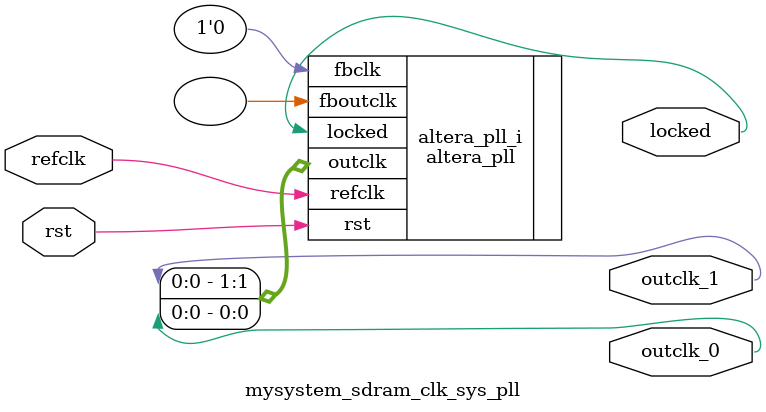
<source format=v>
`timescale 1ns/10ps
module  mysystem_sdram_clk_sys_pll(

	// interface 'refclk'
	input wire refclk,

	// interface 'reset'
	input wire rst,

	// interface 'outclk0'
	output wire outclk_0,

	// interface 'outclk1'
	output wire outclk_1,

	// interface 'locked'
	output wire locked
);

	altera_pll #(
		.fractional_vco_multiplier("false"),
		.reference_clock_frequency("50.0 MHz"),
		.operation_mode("direct"),
		.number_of_clocks(2),
		.output_clock_frequency0("50.000000 MHz"),
		.phase_shift0("0 ps"),
		.duty_cycle0(50),
		.output_clock_frequency1("50.000000 MHz"),
		.phase_shift1("15000 ps"),
		.duty_cycle1(50),
		.output_clock_frequency2("0 MHz"),
		.phase_shift2("0 ps"),
		.duty_cycle2(50),
		.output_clock_frequency3("0 MHz"),
		.phase_shift3("0 ps"),
		.duty_cycle3(50),
		.output_clock_frequency4("0 MHz"),
		.phase_shift4("0 ps"),
		.duty_cycle4(50),
		.output_clock_frequency5("0 MHz"),
		.phase_shift5("0 ps"),
		.duty_cycle5(50),
		.output_clock_frequency6("0 MHz"),
		.phase_shift6("0 ps"),
		.duty_cycle6(50),
		.output_clock_frequency7("0 MHz"),
		.phase_shift7("0 ps"),
		.duty_cycle7(50),
		.output_clock_frequency8("0 MHz"),
		.phase_shift8("0 ps"),
		.duty_cycle8(50),
		.output_clock_frequency9("0 MHz"),
		.phase_shift9("0 ps"),
		.duty_cycle9(50),
		.output_clock_frequency10("0 MHz"),
		.phase_shift10("0 ps"),
		.duty_cycle10(50),
		.output_clock_frequency11("0 MHz"),
		.phase_shift11("0 ps"),
		.duty_cycle11(50),
		.output_clock_frequency12("0 MHz"),
		.phase_shift12("0 ps"),
		.duty_cycle12(50),
		.output_clock_frequency13("0 MHz"),
		.phase_shift13("0 ps"),
		.duty_cycle13(50),
		.output_clock_frequency14("0 MHz"),
		.phase_shift14("0 ps"),
		.duty_cycle14(50),
		.output_clock_frequency15("0 MHz"),
		.phase_shift15("0 ps"),
		.duty_cycle15(50),
		.output_clock_frequency16("0 MHz"),
		.phase_shift16("0 ps"),
		.duty_cycle16(50),
		.output_clock_frequency17("0 MHz"),
		.phase_shift17("0 ps"),
		.duty_cycle17(50),
		.pll_type("General"),
		.pll_subtype("General")
	) altera_pll_i (
		.rst	(rst),
		.outclk	({outclk_1, outclk_0}),
		.locked	(locked),
		.fboutclk	( ),
		.fbclk	(1'b0),
		.refclk	(refclk)
	);
endmodule


</source>
